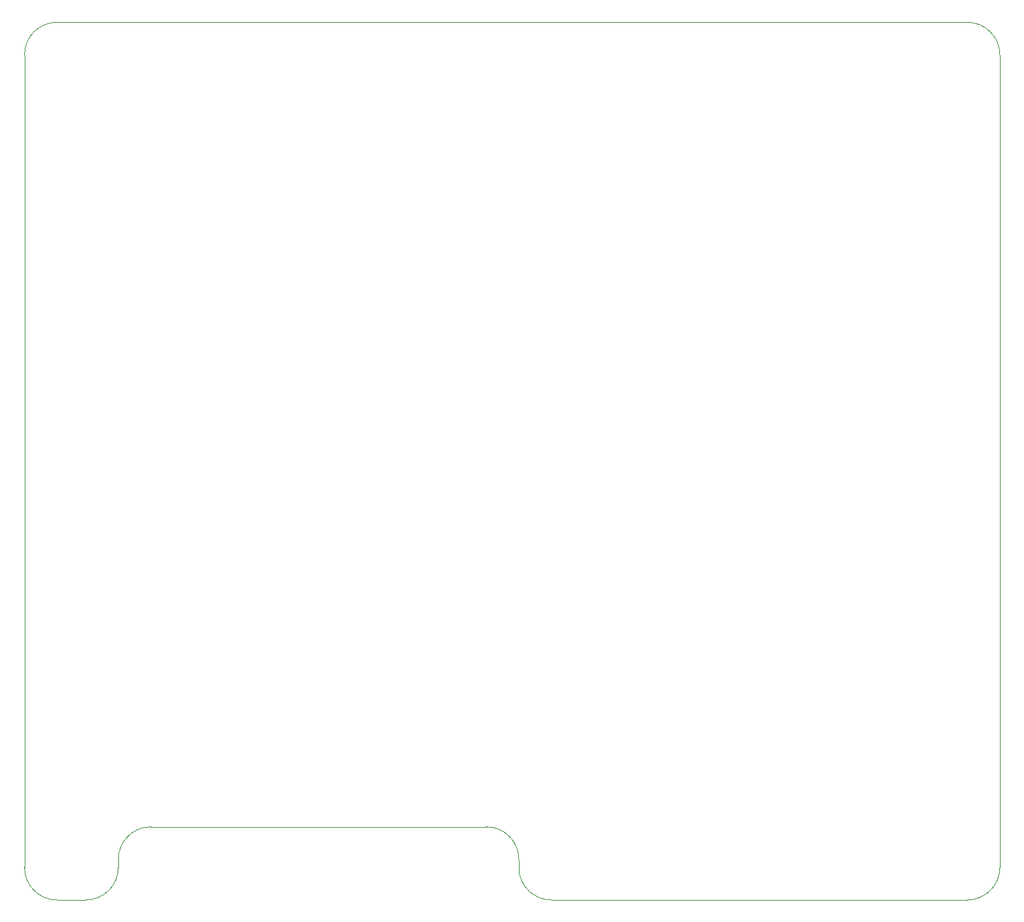
<source format=gko>
G04*
G04 #@! TF.GenerationSoftware,Altium Limited,Altium Designer,21.0.9 (235)*
G04*
G04 Layer_Color=16711935*
%FSLAX25Y25*%
%MOIN*%
G70*
G04*
G04 #@! TF.SameCoordinates,A9EE82D5-5453-4621-884F-38B111DD7A68*
G04*
G04*
G04 #@! TF.FilePolarity,Positive*
G04*
G01*
G75*
%ADD12C,0.00100*%
D12*
X846397Y674890D02*
G03*
X830627Y690638I-15770J-22D01*
G01*
X830648Y265447D02*
G03*
X846397Y281189I0J15748D01*
G01*
X613400D02*
G03*
X629149Y265441I15748J-0D01*
G01*
X613400Y285126D02*
G03*
X597653Y300874I-15748J0D01*
G01*
X435143D02*
G03*
X419394Y285126I0J-15748D01*
G01*
X403647Y265441D02*
G03*
X419394Y281189I-0J15748D01*
G01*
X373955D02*
G03*
X389704Y265441I15748J-0D01*
G01*
Y690638D02*
G03*
X373955Y674890I0J-15748D01*
G01*
X846397D02*
G03*
X830627Y690638I-15770J-22D01*
G01*
X389704Y690638D02*
G03*
X373955Y674890I0J-15748D01*
G01*
Y281189D02*
G03*
X389704Y265441I15748J-0D01*
G01*
X403647D02*
G03*
X419394Y281189I-0J15748D01*
G01*
X435143Y300874D02*
G03*
X419394Y285126I0J-15748D01*
G01*
X613400Y285126D02*
G03*
X597653Y300874I-15748J0D01*
G01*
X613400Y281189D02*
G03*
X629149Y265441I15748J-0D01*
G01*
X830648Y265447D02*
G03*
X846397Y281189I0J15748D01*
G01*
Y674890D01*
X629149Y265441D02*
X830648Y265447D01*
X613400Y281189D02*
Y285126D01*
X435143Y300874D02*
X597653D01*
X419394Y281189D02*
Y285126D01*
X389704Y265441D02*
X403647D01*
X373955Y281189D02*
Y674890D01*
X389704Y690638D02*
X830627Y690638D01*
X389704Y690638D02*
X830627Y690638D01*
X373955Y281189D02*
Y674890D01*
X389704Y265441D02*
X403647D01*
X419394Y281189D02*
Y285126D01*
X435143Y300874D02*
X597653D01*
X613400Y281189D02*
Y285126D01*
X629149Y265441D02*
X830648Y265447D01*
X846397Y281189D02*
Y674890D01*
M02*

</source>
